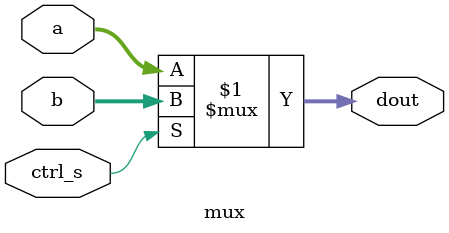
<source format=v>
module mux #(parameter WIDTH = 32) (a, b, ctrl_s, dout);
	input 	[WIDTH - 1:0] 	a;
	input 	[WIDTH - 1:0] 	b;
	input 		ctrl_s;

	output 	[WIDTH - 1:0]	dout;

	assign dout = ctrl_s? b: a;

endmodule // Multiplexer;

</source>
